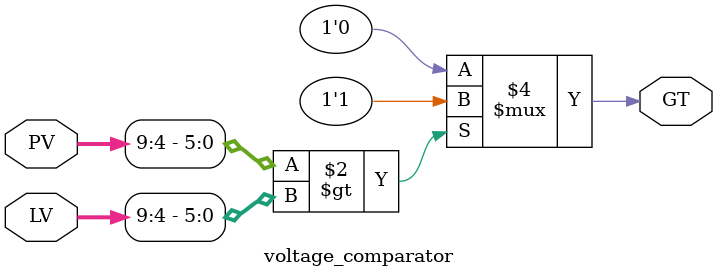
<source format=v>

module voltage_comparator(
   input wire [9:0] PV, // pending value (ADC)
   input wire [9:0] LV, // last value (register)
   output reg GT // greater flag
);

always @(PV, LV) begin
   if(PV[9:4] > LV[9:4]) begin
      GT <= 1'b1;
   end
   else begin
      GT <= 1'b0;
   end
end


endmodule

</source>
